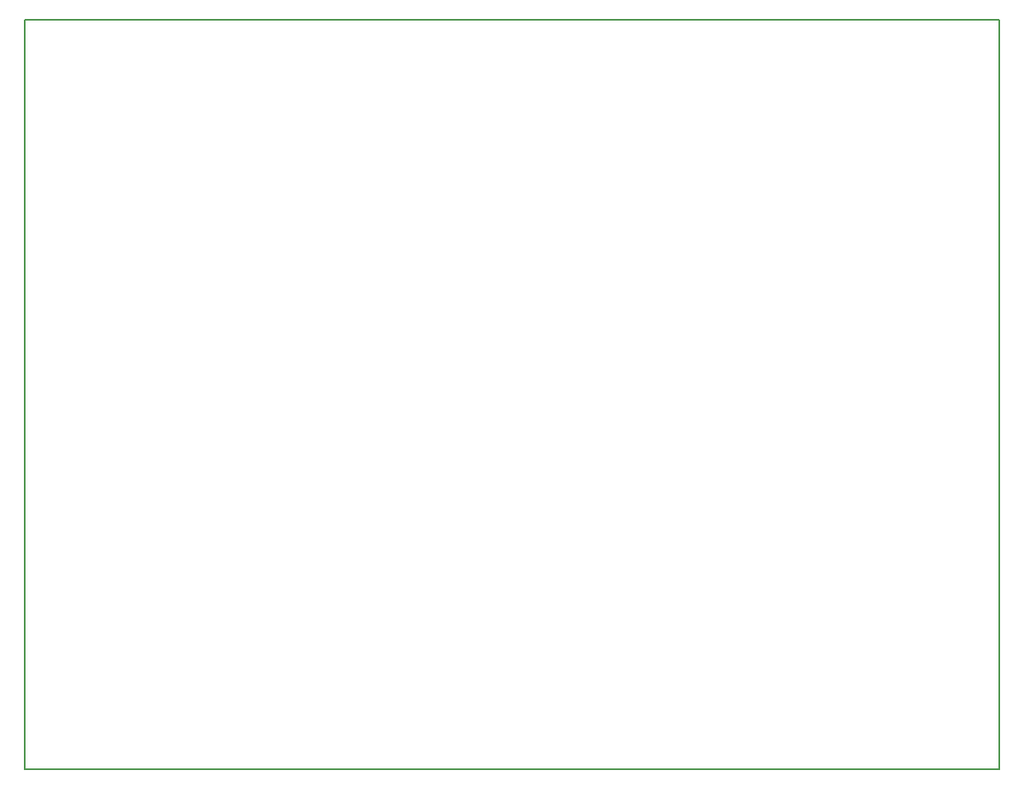
<source format=gbr>
G04 #@! TF.GenerationSoftware,KiCad,Pcbnew,5.1.7-a382d34a8~87~ubuntu18.04.1*
G04 #@! TF.CreationDate,2020-12-04T06:12:41+00:00*
G04 #@! TF.ProjectId,display,64697370-6c61-4792-9e6b-696361645f70,1.0*
G04 #@! TF.SameCoordinates,Original*
G04 #@! TF.FileFunction,Profile,NP*
%FSLAX46Y46*%
G04 Gerber Fmt 4.6, Leading zero omitted, Abs format (unit mm)*
G04 Created by KiCad (PCBNEW 5.1.7-a382d34a8~87~ubuntu18.04.1) date 2020-12-04 06:12:41*
%MOMM*%
%LPD*%
G01*
G04 APERTURE LIST*
G04 #@! TA.AperFunction,Profile*
%ADD10C,0.150000*%
G04 #@! TD*
G04 APERTURE END LIST*
D10*
X99000000Y-141000000D02*
X99000000Y-64000000D01*
X199000000Y-141000000D02*
X99000000Y-141000000D01*
X199000000Y-64000000D02*
X199000000Y-141000000D01*
X99000000Y-64000000D02*
X199000000Y-64000000D01*
M02*

</source>
